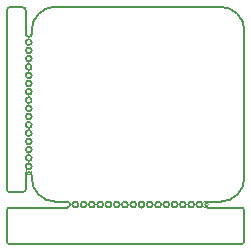
<source format=gm1>
G04 #@! TF.GenerationSoftware,KiCad,Pcbnew,(5.99.0-8748-g0125986588)*
G04 #@! TF.CreationDate,2021-05-21T22:54:23+03:00*
G04 #@! TF.ProjectId,Unified-Daughterboard,556e6966-6965-4642-9d44-617567687465,C3*
G04 #@! TF.SameCoordinates,Original*
G04 #@! TF.FileFunction,Profile,NP*
%FSLAX46Y46*%
G04 Gerber Fmt 4.6, Leading zero omitted, Abs format (unit mm)*
G04 Created by KiCad (PCBNEW (5.99.0-8748-g0125986588)) date 2021-05-21 22:54:23*
%MOMM*%
%LPD*%
G01*
G04 APERTURE LIST*
G04 #@! TA.AperFunction,Profile*
%ADD10C,0.150000*%
G04 #@! TD*
G04 #@! TA.AperFunction,Profile*
%ADD11C,0.050000*%
G04 #@! TD*
G04 APERTURE END LIST*
D10*
X72752499Y-73293000D02*
G75*
G03*
X72752499Y-73293000I-250000J0D01*
G01*
X71352499Y-73293000D02*
G75*
G03*
X71352499Y-73293000I-250000J0D01*
G01*
X83752500Y-73542999D02*
G75*
G02*
X84002499Y-73793000I-1J-250000D01*
G01*
X69952499Y-73293000D02*
G75*
G03*
X69952499Y-73293000I-250000J0D01*
G01*
X72052499Y-73293000D02*
G75*
G03*
X72052499Y-73293000I-250000J0D01*
G01*
X78352499Y-73293000D02*
G75*
G03*
X78352499Y-73293000I-250000J0D01*
G01*
D11*
X80702499Y-73543000D02*
G75*
G02*
X80702499Y-73543000I0J250000D01*
G01*
D10*
X79052499Y-73293000D02*
G75*
G03*
X79052499Y-73293000I-250000J0D01*
G01*
X77652499Y-73293000D02*
G75*
G03*
X77652499Y-73293000I-250000J0D01*
G01*
X82002499Y-73043000D02*
X80952499Y-73043000D01*
X69002499Y-73543000D02*
X64152499Y-73543000D01*
X70652499Y-73293000D02*
G75*
G03*
X70652499Y-73293000I-250000J0D01*
G01*
X79752499Y-73293000D02*
G75*
G03*
X79752499Y-73293000I-250000J0D01*
G01*
D11*
X80702499Y-73543000D02*
G75*
G02*
X80702499Y-73543000I0J250000D01*
G01*
D10*
X63902498Y-73792999D02*
G75*
G02*
X64152499Y-73543000I250000J-1D01*
G01*
X76252499Y-73293000D02*
G75*
G03*
X76252499Y-73293000I-250000J0D01*
G01*
X80452499Y-73293000D02*
G75*
G03*
X80452499Y-73293000I-250000J0D01*
G01*
X74852499Y-73293000D02*
G75*
G03*
X74852499Y-73293000I-250000J0D01*
G01*
X64152499Y-76643000D02*
X83752500Y-76642999D01*
X76952499Y-73293000D02*
G75*
G03*
X76952499Y-73293000I-250000J0D01*
G01*
X64152499Y-76643000D02*
G75*
G02*
X63902500Y-76392999I1J250000D01*
G01*
X84002501Y-76393000D02*
X84002499Y-73793000D01*
X63902499Y-73793000D02*
X63902500Y-76392999D01*
X84002501Y-76393000D02*
G75*
G02*
X83752500Y-76642999I-250000J1D01*
G01*
X74152499Y-73293000D02*
G75*
G03*
X74152499Y-73293000I-250000J0D01*
G01*
X69002499Y-73043000D02*
G75*
G02*
X69002499Y-73543000I0J-250000D01*
G01*
X73452499Y-73293000D02*
G75*
G03*
X73452499Y-73293000I-250000J0D01*
G01*
X83752500Y-73542999D02*
X80952499Y-73543000D01*
X69002499Y-73043000D02*
X68002499Y-73043000D01*
X80952499Y-73543000D02*
G75*
G02*
X80952499Y-73043000I0J250000D01*
G01*
X75552499Y-73293000D02*
G75*
G03*
X75552499Y-73293000I-250000J0D01*
G01*
X66002500Y-58843000D02*
X66004500Y-58543000D01*
X63902500Y-56843000D02*
X63902500Y-71993000D01*
X66002500Y-59543000D02*
G75*
G03*
X66002500Y-59543000I-250000J0D01*
G01*
X66002500Y-61643000D02*
G75*
G03*
X66002500Y-61643000I-250000J0D01*
G01*
X66002500Y-60243000D02*
G75*
G03*
X66002500Y-60243000I-250000J0D01*
G01*
D11*
X65502500Y-70543000D02*
G75*
G02*
X65502500Y-70543000I250000J0D01*
G01*
D10*
X66002500Y-64443000D02*
G75*
G03*
X66002500Y-64443000I-250000J0D01*
G01*
X66002500Y-67943000D02*
G75*
G03*
X66002500Y-67943000I-250000J0D01*
G01*
X66002500Y-65843000D02*
G75*
G03*
X66002500Y-65843000I-250000J0D01*
G01*
X66002500Y-58843000D02*
G75*
G02*
X65502500Y-58843000I-250000J0D01*
G01*
X66002500Y-62343000D02*
G75*
G03*
X66002500Y-62343000I-250000J0D01*
G01*
X65502500Y-70793000D02*
G75*
G02*
X66002500Y-70793000I250000J0D01*
G01*
X66002500Y-70043000D02*
G75*
G03*
X66002500Y-70043000I-250000J0D01*
G01*
D11*
X65502500Y-70543000D02*
G75*
G02*
X65502500Y-70543000I250000J0D01*
G01*
D10*
X66002500Y-68643000D02*
G75*
G03*
X66002500Y-68643000I-250000J0D01*
G01*
X66002500Y-63043000D02*
G75*
G03*
X66002500Y-63043000I-250000J0D01*
G01*
X66002500Y-66543000D02*
G75*
G03*
X66002500Y-66543000I-250000J0D01*
G01*
X66002500Y-60943000D02*
G75*
G03*
X66002500Y-60943000I-250000J0D01*
G01*
X66002500Y-69343000D02*
G75*
G03*
X66002500Y-69343000I-250000J0D01*
G01*
X66002500Y-63743000D02*
G75*
G03*
X66002500Y-63743000I-250000J0D01*
G01*
X66002500Y-67243000D02*
G75*
G03*
X66002500Y-67243000I-250000J0D01*
G01*
X66002500Y-65143000D02*
G75*
G03*
X66002500Y-65143000I-250000J0D01*
G01*
X66004500Y-71043000D02*
X66002500Y-70793000D01*
X65502500Y-70793000D02*
X65502501Y-71993001D01*
X65502500Y-58843000D02*
X65502500Y-56843000D01*
X63902499Y-56842999D02*
G75*
G02*
X64152500Y-56593000I250000J-1D01*
G01*
X65502501Y-71993001D02*
G75*
G02*
X65252500Y-72243000I-250000J1D01*
G01*
X64152500Y-72243000D02*
X65252500Y-72243000D01*
X65252501Y-56592999D02*
G75*
G02*
X65502500Y-56843000I-1J-250000D01*
G01*
X65252500Y-56593000D02*
X64152500Y-56593000D01*
X64152499Y-72243001D02*
G75*
G02*
X63902500Y-71993000I1J250000D01*
G01*
X84004500Y-71043000D02*
G75*
G02*
X82004500Y-73043000I-2000000J0D01*
G01*
X68004500Y-73043000D02*
G75*
G02*
X66004500Y-71043000I0J2000000D01*
G01*
X84004500Y-58543000D02*
X84004500Y-71043000D01*
X68004500Y-56543000D02*
X82004500Y-56543000D01*
X66004500Y-58543000D02*
G75*
G02*
X68004500Y-56543000I2000000J0D01*
G01*
X82004500Y-56543000D02*
G75*
G02*
X84004500Y-58543000I0J-2000000D01*
G01*
M02*

</source>
